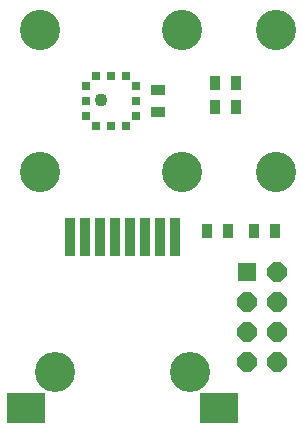
<source format=gbr>
G04 EAGLE Gerber RS-274X export*
G75*
%MOMM*%
%FSLAX34Y34*%
%LPD*%
%INSoldermask Top*%
%IPPOS*%
%AMOC8*
5,1,8,0,0,1.08239X$1,22.5*%
G01*
%ADD10R,1.301600X0.901600*%
%ADD11R,0.901600X1.301600*%
%ADD12R,0.801600X0.801600*%
%ADD13C,1.101600*%
%ADD14R,0.901600X3.301600*%
%ADD15R,3.221600X2.641600*%
%ADD16C,3.401600*%
%ADD17R,1.625600X1.625600*%
%ADD18P,1.759533X8X292.500000*%
%ADD19C,3.403600*%


D10*
X130000Y271000D03*
X130000Y289000D03*
D11*
X211000Y170000D03*
X229000Y170000D03*
X171000Y170000D03*
X189000Y170000D03*
X178000Y275000D03*
X196000Y275000D03*
X178000Y295000D03*
X196000Y295000D03*
D12*
X102700Y259000D03*
X90000Y259000D03*
X77300Y259000D03*
X69000Y267300D03*
X69000Y280000D03*
X69000Y292700D03*
X77300Y301000D03*
X90000Y301000D03*
X102700Y301000D03*
X111000Y292700D03*
X111000Y280000D03*
X111000Y267300D03*
D13*
X81400Y280500D03*
D14*
X144450Y165200D03*
X131750Y165200D03*
X119050Y165200D03*
X106350Y165200D03*
X93650Y165200D03*
X80950Y165200D03*
X68250Y165200D03*
X55550Y165200D03*
D15*
X181700Y20000D03*
X18300Y20000D03*
D16*
X157150Y50500D03*
X42850Y50500D03*
D17*
X204800Y135600D03*
D18*
X230200Y135600D03*
X204800Y110200D03*
X230200Y110200D03*
X204800Y84800D03*
X230200Y84800D03*
X204800Y59400D03*
X230200Y59400D03*
D19*
X30000Y340000D03*
X150000Y340000D03*
X30000Y220000D03*
X150000Y220000D03*
X230000Y340000D03*
X230000Y220000D03*
M02*

</source>
